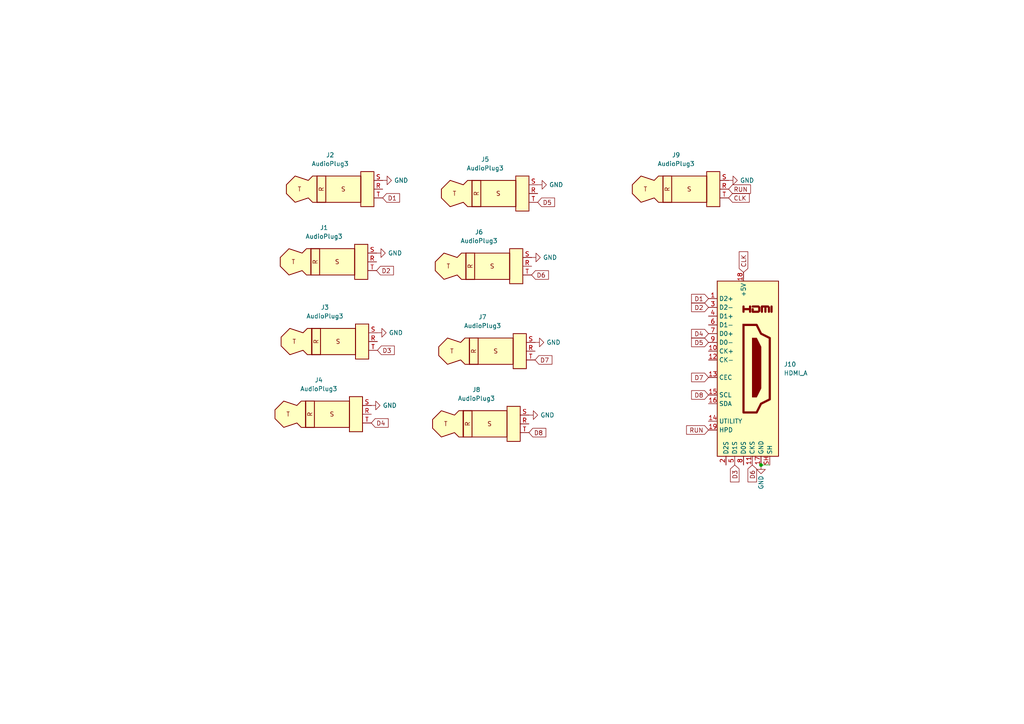
<source format=kicad_sch>
(kicad_sch (version 20230121) (generator eeschema)
  (paper "A4")
  (lib_symbols
    (symbol "Connector:HDMI_A"
      (property "Reference" "J" (at -6.35 26.67 0))
      (property "Value" "HDMI_A" (at 10.16 26.67 0))
      (symbol "HDMI_A_0_0"
        (polyline (pts (xy 8.128 16.51) (xy 8.128 18.034)) (stroke (width 0.635)))
        (polyline (pts (xy 0 16.51) (xy 0 18.034) (xy 0 17.272) (xy 1.905 17.272) (xy 1.905 18.034) (xy 1.905 16.51)) (stroke (width 0.635)))
        (polyline (pts (xy 2.667 18.034) (xy 4.318 18.034) (xy 4.572 17.78) (xy 4.572 16.764) (xy 4.318 16.51) (xy 2.667 16.51) (xy 2.667 17.272)) (stroke (width 0.635)))
      )
      (symbol "HDMI_A_0_1"
        (rectangle (start -7.62 25.4) (end 10.16 -25.4) (stroke (width 0.254)) (fill (type background)))
        (polyline (pts (xy 2.54 8.89) (xy 3.81 8.89) (xy 5.08 6.35) (xy 5.08 -5.715) (xy 3.81 -8.255) (xy 2.54 -8.255) (xy 2.54 8.89)) (fill (type outline)))
        (polyline (pts (xy 5.334 16.51) (xy 5.334 18.034) (xy 6.35 18.034) (xy 6.35 16.51) (xy 6.35 18.034) (xy 7.112 18.034) (xy 7.366 17.78) (xy 7.366 16.51)) (stroke (width 0.635)))
        (polyline (pts (xy 0 12.7) (xy 0 -12.7) (xy 3.81 -12.7) (xy 5.08 -10.16) (xy 7.62 -8.89) (xy 7.62 8.89) (xy 5.08 10.16) (xy 3.81 12.7) (xy 0 12.7)) (stroke (width 0.635)))
      )
      (symbol "HDMI_A_1_1"
        (pin passive line (at -10.16 20.32 0) (length 2.54) (name "D2+") (number "1"))
        (pin passive line (at -10.16 5.08 0) (length 2.54) (name "CK+") (number "10"))
        (pin power_in line (at 2.54 -27.94 90) (length 2.54) (name "CKS") (number "11"))
        (pin passive line (at -10.16 2.54 0) (length 2.54) (name "CK-") (number "12"))
        (pin bidirectional line (at -10.16 -2.54 0) (length 2.54) (name "CEC") (number "13"))
        (pin passive line (at -10.16 -15.24 0) (length 2.54) (name "UTILITY") (number "14"))
        (pin passive line (at -10.16 -7.62 0) (length 2.54) (name "SCL") (number "15"))
        (pin bidirectional line (at -10.16 -10.16 0) (length 2.54) (name "SDA") (number "16"))
        (pin power_in line (at 5.08 -27.94 90) (length 2.54) (name "GND") (number "17"))
        (pin power_in line (at 0 27.94 270) (length 2.54) (name "+5V") (number "18"))
        (pin passive line (at -10.16 -17.78 0) (length 2.54) (name "HPD") (number "19"))
        (pin power_in line (at -5.08 -27.94 90) (length 2.54) (name "D2S") (number "2"))
        (pin passive line (at -10.16 17.78 0) (length 2.54) (name "D2-") (number "3"))
        (pin passive line (at -10.16 15.24 0) (length 2.54) (name "D1+") (number "4"))
        (pin power_in line (at -2.54 -27.94 90) (length 2.54) (name "D1S") (number "5"))
        (pin passive line (at -10.16 12.7 0) (length 2.54) (name "D1-") (number "6"))
        (pin passive line (at -10.16 10.16 0) (length 2.54) (name "D0+") (number "7"))
        (pin power_in line (at 0 -27.94 90) (length 2.54) (name "D0S") (number "8"))
        (pin passive line (at -10.16 7.62 0) (length 2.54) (name "D0-") (number "9"))
        (pin passive line (at 7.62 -27.94 90) (length 2.54) (name "SH") (number "SH"))
      )
    )
    (symbol "Connector_Audio:AudioPlug3"
      (property "Reference" "J" (at 1.27 6.35 0))
      (property "Value" "AudioPlug3" (at 1.27 -6.35 0))
      (symbol "AudioPlug3_0_0"
        (text "R" (at -2.54 0 900) (effects (font (size 1.27 1.27))))
      )
      (symbol "AudioPlug3_0_1"
        (rectangle (start -3.81 3.81) (end -1.27 -3.81) (stroke (width 0.254)))
        (rectangle (start -1.27 -1.27) (end -1.27 -1.27))
      )
      (symbol "AudioPlug3_1_0"
        (text "S" (at 3.81 0 0) (effects (font (size 1.27 1.27))))
        (text "T" (at -8.89 0 0) (effects (font (size 1.27 1.27))))
      )
      (symbol "AudioPlug3_1_1"
        (rectangle (start -3.81 3.81) (end 8.89 -3.81) (stroke (width 0.254)) (fill (type background)))
        (polyline (pts (xy -3.81 3.81) (xy -5.08 3.81) (xy -6.35 2.54) (xy -10.16 3.81) (xy -12.7 1.27) (xy -12.7 -1.27) (xy -10.16 -3.81) (xy -6.35 -2.54) (xy -5.08 -3.81) (xy -3.81 -3.81) (xy -3.81 3.81)) (stroke (width 0.254)) (fill (type background)))
        (rectangle (start 12.7 5.08) (end 8.89 -5.08) (stroke (width 0.254)) (fill (type background)))
        (pin passive line (at 15.24 0 180) (length 2.54) (name "~") (number "R"))
        (pin passive line (at 15.24 2.54 180) (length 2.54) (name "~") (number "S"))
        (pin passive line (at 15.24 -2.54 180) (length 2.54) (name "~") (number "T"))
      )
    )
    (symbol "power:GND" (power) (pin_names (offset 0))
      (property "Value" "GND" (at 0 -3.81 0))
      (symbol "GND_0_1"
        (polyline (pts (xy 0 0) (xy 0 -1.27) (xy 1.27 -1.27) (xy 0 -2.54) (xy -1.27 -1.27) (xy 0 -1.27)))
      )
      (symbol "GND_1_1"
        (pin power_in line (at 0 0 270) (length 0) hide (name "GND") (number "1"))
      )
    )
  )
  (junction (at 220.726 134.874))
  (wire (pts (xy 220.726 134.874) (xy 223.266 134.874)))
  (global_label "D4" (shape input) (at 205.486 96.774 180) (property "Intersheetrefs" "${INTERSHEET_REFS}" (effects hide)))
  (global_label "CLK" (shape input) (at 215.646 78.994 90) (property "Intersheetrefs" "${INTERSHEET_REFS}" (effects hide)))
  (global_label "D7" (shape input) (at 205.486 109.474 180) (property "Intersheetrefs" "${INTERSHEET_REFS}" (effects hide)))
  (global_label "D3" (shape input) (at 213.106 134.874 270) (property "Intersheetrefs" "${INTERSHEET_REFS}" (effects hide)))
  (global_label "RUN" (shape input) (at 205.486 124.714 180) (property "Intersheetrefs" "${INTERSHEET_REFS}" (effects hide)))
  (global_label "D6" (shape input) (at 218.186 134.874 270) (property "Intersheetrefs" "${INTERSHEET_REFS}" (effects hide)))
  (global_label "D3" (shape input) (at 109.474 101.6 0) (property "Intersheetrefs" "${INTERSHEET_REFS}" (effects hide)))
  (global_label "D4" (shape input) (at 107.696 122.682 0) (property "Intersheetrefs" "${INTERSHEET_REFS}" (effects hide)))
  (global_label "CLK" (shape input) (at 211.328 57.404 0) (property "Intersheetrefs" "${INTERSHEET_REFS}" (effects hide)))
  (global_label "D2" (shape input) (at 109.22 78.486 0) (property "Intersheetrefs" "${INTERSHEET_REFS}" (effects hide)))
  (global_label "D8" (shape input) (at 153.416 125.476 0) (property "Intersheetrefs" "${INTERSHEET_REFS}" (effects hide)))
  (global_label "D2" (shape input) (at 205.486 89.154 180) (property "Intersheetrefs" "${INTERSHEET_REFS}" (effects hide)))
  (global_label "D5" (shape input) (at 205.486 99.314 180) (property "Intersheetrefs" "${INTERSHEET_REFS}" (effects hide)))
  (global_label "RUN" (shape input) (at 211.328 54.864 0) (property "Intersheetrefs" "${INTERSHEET_REFS}" (effects hide)))
  (global_label "D5" (shape input) (at 155.956 58.674 0) (property "Intersheetrefs" "${INTERSHEET_REFS}" (effects hide)))
  (global_label "D8" (shape input) (at 205.486 114.554 180) (property "Intersheetrefs" "${INTERSHEET_REFS}" (effects hide)))
  (global_label "D6" (shape input) (at 154.178 79.756 0) (property "Intersheetrefs" "${INTERSHEET_REFS}" (effects hide)))
  (global_label "D1" (shape input) (at 110.998 57.404 0) (property "Intersheetrefs" "${INTERSHEET_REFS}" (effects hide)))
  (global_label "D1" (shape input) (at 205.486 86.614 180) (property "Intersheetrefs" "${INTERSHEET_REFS}" (effects hide)))
  (global_label "D7" (shape input) (at 155.194 104.394 0) (property "Intersheetrefs" "${INTERSHEET_REFS}" (effects hide)))
  (symbol (lib_id "power:GND") (at 107.696 117.602 90) (unit 1)
    (property "Reference" "#PWR04" (effects hide))
    (property "Value" "GND" (at 110.998 117.602 90) (effects (justify right)))
  )
  (symbol (lib_id "Connector_Audio:AudioPlug3") (at 94.234 99.06 0) (unit 1)
    (property "Reference" "J3" (at 94.234 89.154 0))
    (property "Value" "AudioPlug3" (at 94.234 91.694 0))
    (property "Footprint" "footprints:CUI_SP-3533-02" (effects hide))
  )
  (symbol (lib_id "Connector_Audio:AudioPlug3") (at 138.176 122.936 0) (unit 1)
    (property "Reference" "J8" (at 138.176 113.03 0))
    (property "Value" "AudioPlug3" (at 138.176 115.57 0))
    (property "Footprint" "footprints:CUI_SP-3533-02" (effects hide))
  )
  (symbol (lib_id "power:GND") (at 155.194 99.314 90) (unit 1)
    (property "Reference" "#PWR07" (effects hide))
    (property "Value" "GND" (at 158.496 99.314 90) (effects (justify right)))
  )
  (symbol (lib_id "power:GND") (at 109.22 73.406 90) (unit 1)
    (property "Reference" "#PWR02" (effects hide))
    (property "Value" "GND" (at 112.522 73.406 90) (effects (justify right)))
  )
  (symbol (lib_id "Connector_Audio:AudioPlug3") (at 138.938 77.216 0) (unit 1)
    (property "Reference" "J6" (at 138.938 67.31 0))
    (property "Value" "AudioPlug3" (at 138.938 69.85 0))
    (property "Footprint" "footprints:CUI_SP-3533-02" (effects hide))
  )
  (symbol (lib_id "Connector_Audio:AudioPlug3") (at 93.98 75.946 0) (unit 1)
    (property "Reference" "J1" (at 93.98 66.04 0))
    (property "Value" "AudioPlug3" (at 93.98 68.58 0))
    (property "Footprint" "footprints:CUI_SP-3533-02" (effects hide))
  )
  (symbol (lib_id "power:GND") (at 220.726 134.874 0) (unit 1)
    (property "Reference" "#PWR010" (effects hide))
    (property "Value" "GND" (at 220.726 139.954 90))
  )
  (symbol (lib_id "power:GND") (at 211.328 52.324 90) (unit 1)
    (property "Reference" "#PWR09" (effects hide))
    (property "Value" "GND" (at 214.63 52.324 90) (effects (justify right)))
  )
  (symbol (lib_id "Connector_Audio:AudioPlug3") (at 140.716 56.134 0) (unit 1)
    (property "Reference" "J5" (at 140.716 46.228 0))
    (property "Value" "AudioPlug3" (at 140.716 48.768 0))
    (property "Footprint" "footprints:CUI_SP-3533-02" (effects hide))
  )
  (symbol (lib_id "Connector_Audio:AudioPlug3") (at 139.954 101.854 0) (unit 1)
    (property "Reference" "J7" (at 139.954 91.948 0))
    (property "Value" "AudioPlug3" (at 139.954 94.488 0))
    (property "Footprint" "footprints:CUI_SP-3533-02" (effects hide))
  )
  (symbol (lib_id "power:GND") (at 110.998 52.324 90) (unit 1)
    (property "Reference" "#PWR01" (effects hide))
    (property "Value" "GND" (at 114.3 52.324 90) (effects (justify right)))
  )
  (symbol (lib_id "power:GND") (at 154.178 74.676 90) (unit 1)
    (property "Reference" "#PWR06" (effects hide))
    (property "Value" "GND" (at 157.48 74.676 90) (effects (justify right)))
  )
  (symbol (lib_id "Connector_Audio:AudioPlug3") (at 196.088 54.864 0) (unit 1)
    (property "Reference" "J9" (at 196.088 44.958 0))
    (property "Value" "AudioPlug3" (at 196.088 47.498 0))
    (property "Footprint" "footprints:CUI_SP-3533-02" (effects hide))
  )
  (symbol (lib_id "Connector:HDMI_A") (at 215.646 106.934 0) (unit 1)
    (property "Reference" "J10" (at 227.33 105.664 0) (effects (justify left)))
    (property "Value" "HDMI_A" (at 227.33 108.204 0) (effects (justify left)))
    (property "Footprint" "Connector_HDMI:HDMI_A_Kycon_KDMIX-SL1-NS-WS-B15_VerticalRightAngle" (effects hide))
    (property "Datasheet" "https://en.wikipedia.org/wiki/HDMI" (effects hide))
  )
  (symbol (lib_id "power:GND") (at 109.474 96.52 90) (unit 1)
    (property "Reference" "#PWR03" (effects hide))
    (property "Value" "GND" (at 112.776 96.52 90) (effects (justify right)))
  )
  (symbol (lib_id "Connector_Audio:AudioPlug3") (at 95.758 54.864 0) (unit 1)
    (property "Reference" "J2" (at 95.758 44.958 0))
    (property "Value" "AudioPlug3" (at 95.758 47.498 0))
    (property "Footprint" "footprints:CUI_SP-3533-02" (effects hide))
  )
  (symbol (lib_id "power:GND") (at 155.956 53.594 90) (unit 1)
    (property "Reference" "#PWR05" (effects hide))
    (property "Value" "GND" (at 159.258 53.594 90) (effects (justify right)))
  )
  (symbol (lib_id "Connector_Audio:AudioPlug3") (at 92.456 120.142 0) (unit 1)
    (property "Reference" "J4" (at 92.456 110.236 0))
    (property "Value" "AudioPlug3" (at 92.456 112.776 0))
    (property "Footprint" "footprints:CUI_SP-3533-02" (effects hide))
  )
  (symbol (lib_id "power:GND") (at 153.416 120.396 90) (unit 1)
    (property "Reference" "#PWR08" (effects hide))
    (property "Value" "GND" (at 156.718 120.396 90) (effects (justify right)))
  )
)
</source>
